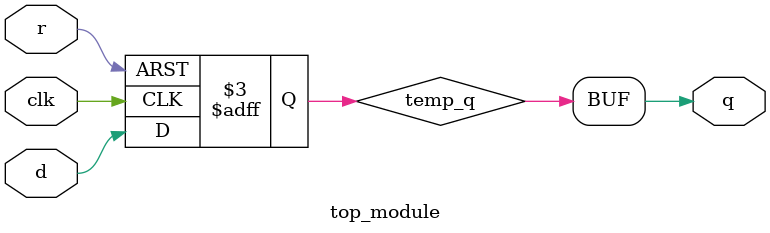
<source format=sv>
module top_module (
    input clk,
    input d,
    input r,
    output logic q
);
    
    // Declare a temporary logic signal for the flip flop output
    logic temp_q;

    // Declare a temporary logic signal for the inverted reset
    logic reset_n;

    // Assign the inverted reset signal
    assign reset_n = ~r;

    // Create the D flip flop with active high synchronous reset
    always @(posedge clk or posedge reset_n) begin
        if (reset_n)
            temp_q <= 0;
        else
            temp_q <= d;
    end

    // Assign the output of the flip flop to q
    assign q = temp_q;

endmodule

</source>
